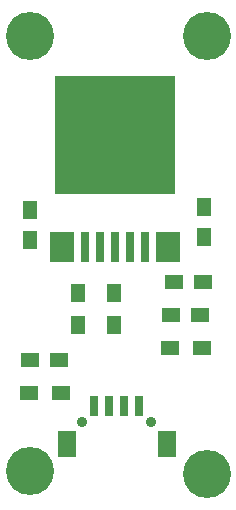
<source format=gbr>
G04 #@! TF.FileFunction,Soldermask,Top*
%FSLAX46Y46*%
G04 Gerber Fmt 4.6, Leading zero omitted, Abs format (unit mm)*
G04 Created by KiCad (PCBNEW 0.201508241000+6117~28~ubuntu14.04.1-product) date Sun 30 Aug 2015 03:15:56 PM PDT*
%MOMM*%
G01*
G04 APERTURE LIST*
%ADD10C,0.100000*%
%ADD11R,0.701040X1.800860*%
%ADD12R,1.600200X2.199640*%
%ADD13C,0.899160*%
%ADD14R,1.250000X1.500000*%
%ADD15R,1.500000X1.250000*%
%ADD16R,1.500000X1.300000*%
%ADD17R,1.300000X1.500000*%
%ADD18C,4.064000*%
%ADD19R,10.160000X10.000000*%
%ADD20R,2.100000X2.540000*%
%ADD21R,0.700000X2.540000*%
G04 APERTURE END LIST*
D10*
D11*
X152496520Y-97845880D03*
X151246840Y-97845880D03*
D12*
X146397980Y-101145340D03*
X154846020Y-101145340D03*
D11*
X149997160Y-97845880D03*
X148747480Y-97845880D03*
D13*
X147695920Y-99245420D03*
X153548080Y-99245420D03*
D14*
X143256000Y-83800000D03*
X143256000Y-81300000D03*
X157988000Y-83546000D03*
X157988000Y-81046000D03*
D15*
X145776000Y-93980000D03*
X143276000Y-93980000D03*
X155468000Y-87376000D03*
X157968000Y-87376000D03*
D16*
X155114000Y-92964000D03*
X157814000Y-92964000D03*
X145876000Y-96774000D03*
X143176000Y-96774000D03*
D17*
X150368000Y-91012000D03*
X150368000Y-88312000D03*
X147320000Y-91012000D03*
X147320000Y-88312000D03*
D15*
X155214000Y-90170000D03*
X157714000Y-90170000D03*
D18*
X143256000Y-103378000D03*
X158242000Y-103632000D03*
X158242000Y-66548000D03*
X143256000Y-66548000D03*
D19*
X150495000Y-74930000D03*
D20*
X145985000Y-84455000D03*
D21*
X147955000Y-84455000D03*
X149225000Y-84455000D03*
X150495000Y-84455000D03*
X151765000Y-84455000D03*
X153035000Y-84455000D03*
D20*
X155005000Y-84455000D03*
M02*

</source>
